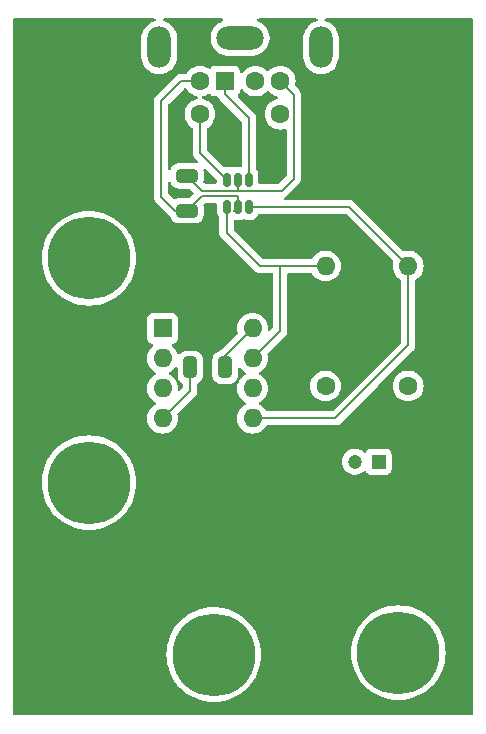
<source format=gbr>
%TF.GenerationSoftware,KiCad,Pcbnew,8.0.4*%
%TF.CreationDate,2024-09-08T08:45:51+02:00*%
%TF.ProjectId,Lichtschranke-M,4c696368-7473-4636-9872-616e6b652d4d,rev?*%
%TF.SameCoordinates,Original*%
%TF.FileFunction,Copper,L1,Top*%
%TF.FilePolarity,Positive*%
%FSLAX46Y46*%
G04 Gerber Fmt 4.6, Leading zero omitted, Abs format (unit mm)*
G04 Created by KiCad (PCBNEW 8.0.4) date 2024-09-08 08:45:51*
%MOMM*%
%LPD*%
G01*
G04 APERTURE LIST*
G04 Aperture macros list*
%AMRoundRect*
0 Rectangle with rounded corners*
0 $1 Rounding radius*
0 $2 $3 $4 $5 $6 $7 $8 $9 X,Y pos of 4 corners*
0 Add a 4 corners polygon primitive as box body*
4,1,4,$2,$3,$4,$5,$6,$7,$8,$9,$2,$3,0*
0 Add four circle primitives for the rounded corners*
1,1,$1+$1,$2,$3*
1,1,$1+$1,$4,$5*
1,1,$1+$1,$6,$7*
1,1,$1+$1,$8,$9*
0 Add four rect primitives between the rounded corners*
20,1,$1+$1,$2,$3,$4,$5,0*
20,1,$1+$1,$4,$5,$6,$7,0*
20,1,$1+$1,$6,$7,$8,$9,0*
20,1,$1+$1,$8,$9,$2,$3,0*%
G04 Aperture macros list end*
%TA.AperFunction,ComponentPad*%
%ADD10R,1.600000X1.600000*%
%TD*%
%TA.AperFunction,ComponentPad*%
%ADD11C,1.600000*%
%TD*%
%TA.AperFunction,ComponentPad*%
%ADD12O,2.000000X3.500000*%
%TD*%
%TA.AperFunction,ComponentPad*%
%ADD13O,4.000000X2.000000*%
%TD*%
%TA.AperFunction,SMDPad,CuDef*%
%ADD14RoundRect,0.150000X0.150000X-0.450000X0.150000X0.450000X-0.150000X0.450000X-0.150000X-0.450000X0*%
%TD*%
%TA.AperFunction,ComponentPad*%
%ADD15O,1.600000X1.600000*%
%TD*%
%TA.AperFunction,ComponentPad*%
%ADD16R,1.200000X1.200000*%
%TD*%
%TA.AperFunction,ComponentPad*%
%ADD17C,1.200000*%
%TD*%
%TA.AperFunction,SMDPad,CuDef*%
%ADD18RoundRect,0.250000X-0.325000X-0.650000X0.325000X-0.650000X0.325000X0.650000X-0.325000X0.650000X0*%
%TD*%
%TA.AperFunction,ComponentPad*%
%ADD19C,7.000000*%
%TD*%
%TA.AperFunction,SMDPad,CuDef*%
%ADD20RoundRect,0.250000X-0.650000X0.325000X-0.650000X-0.325000X0.650000X-0.325000X0.650000X0.325000X0*%
%TD*%
%TA.AperFunction,Conductor*%
%ADD21C,0.200000*%
%TD*%
G04 APERTURE END LIST*
D10*
%TO.P,J1,1*%
%TO.N,SDA*%
X143500000Y-55500000D03*
D11*
%TO.P,J1,2*%
%TO.N,E*%
X146100000Y-55500000D03*
%TO.P,J1,3*%
%TO.N,GND*%
X141400000Y-55500000D03*
%TO.P,J1,4*%
%TO.N,+5V*%
X148200000Y-55500000D03*
%TO.P,J1,5*%
%TO.N,SCK*%
X141400000Y-58300000D03*
%TO.P,J1,6*%
%TO.N,F*%
X148200000Y-58300000D03*
D12*
%TO.P,J1,7*%
%TO.N,N/C*%
X151650000Y-52650000D03*
D13*
X144800000Y-51850000D03*
D12*
X137950000Y-52650000D03*
%TD*%
D14*
%TO.P,U2,1,I/O1*%
%TO.N,Net-(U1-PB2)*%
X143650000Y-66150000D03*
%TO.P,U2,2,GND*%
%TO.N,GND*%
X144600000Y-66150000D03*
%TO.P,U2,3,I/O2*%
%TO.N,Net-(U1-AREF{slash}PB0)*%
X145550000Y-66150000D03*
%TO.P,U2,4,I/O2*%
%TO.N,SDA*%
X145550000Y-63850000D03*
%TO.P,U2,5,VBus*%
%TO.N,+5V*%
X144600000Y-63850000D03*
%TO.P,U2,6,I/O1*%
%TO.N,SCK*%
X143650000Y-63850000D03*
%TD*%
D11*
%TO.P,R1,1*%
%TO.N,+5V*%
X152030000Y-81310000D03*
D15*
%TO.P,R1,2*%
%TO.N,Net-(U1-PB2)*%
X152030000Y-71150000D03*
%TD*%
D16*
%TO.P,C2,1*%
%TO.N,+5V*%
X156520000Y-87730000D03*
D17*
%TO.P,C2,2*%
%TO.N,GND*%
X154520000Y-87730000D03*
%TD*%
D18*
%TO.P,C3,1*%
%TO.N,GND*%
X140580000Y-79730000D03*
%TO.P,C3,2*%
%TO.N,+5V*%
X143530000Y-79730000D03*
%TD*%
D19*
%TO.P,J3,1,Pin_1*%
%TO.N,F*%
X132000000Y-89500000D03*
%TD*%
D11*
%TO.P,R2,1*%
%TO.N,+5V*%
X159030000Y-81310000D03*
D15*
%TO.P,R2,2*%
%TO.N,Net-(U1-AREF{slash}PB0)*%
X159030000Y-71150000D03*
%TD*%
D19*
%TO.P,J5,1,Pin_1*%
%TO.N,+5V*%
X158200000Y-103900000D03*
%TD*%
D20*
%TO.P,C1,1*%
%TO.N,+5V*%
X140300000Y-63525000D03*
%TO.P,C1,2*%
%TO.N,GND*%
X140300000Y-66475000D03*
%TD*%
D19*
%TO.P,J2,1,Pin_1*%
%TO.N,E*%
X132000000Y-70500000D03*
%TD*%
%TO.P,J4,1,Pin_1*%
%TO.N,GND*%
X142570000Y-104050000D03*
%TD*%
D10*
%TO.P,U1,1,~{RESET}/PB5*%
%TO.N,unconnected-(U1-~{RESET}{slash}PB5-Pad1)*%
X138230000Y-76430000D03*
D15*
%TO.P,U1,2,XTAL1/PB3*%
%TO.N,unconnected-(U1-XTAL1{slash}PB3-Pad2)*%
X138230000Y-78970000D03*
%TO.P,U1,3,XTAL2/PB4*%
%TO.N,unconnected-(U1-XTAL2{slash}PB4-Pad3)*%
X138230000Y-81510000D03*
%TO.P,U1,4,GND*%
%TO.N,GND*%
X138230000Y-84050000D03*
%TO.P,U1,5,AREF/PB0*%
%TO.N,Net-(U1-AREF{slash}PB0)*%
X145850000Y-84050000D03*
%TO.P,U1,6,PB1*%
%TO.N,unconnected-(U1-PB1-Pad6)*%
X145850000Y-81510000D03*
%TO.P,U1,7,PB2*%
%TO.N,Net-(U1-PB2)*%
X145850000Y-78970000D03*
%TO.P,U1,8,VCC*%
%TO.N,+5V*%
X145850000Y-76430000D03*
%TD*%
D21*
%TO.N,GND*%
X138100000Y-57200000D02*
X139800000Y-55500000D01*
X140300000Y-66475000D02*
X139275000Y-66475000D01*
X140300000Y-66475000D02*
X141575000Y-65200000D01*
X138230000Y-84050000D02*
X140580000Y-81700000D01*
X144600000Y-66150000D02*
X144250000Y-66500000D01*
X144600000Y-65200000D02*
X144600000Y-66150000D01*
X139800000Y-55500000D02*
X141400000Y-55500000D01*
X140580000Y-81700000D02*
X140580000Y-79730000D01*
X141575000Y-65200000D02*
X144600000Y-65200000D01*
X140690000Y-79619900D02*
X140800000Y-79509800D01*
X140580000Y-79730000D02*
X140690000Y-79619900D01*
X138100000Y-65300000D02*
X138100000Y-57200000D01*
X139275000Y-66475000D02*
X138100000Y-65300000D01*
%TO.N,+5V*%
X149346000Y-63525000D02*
X149346000Y-63754700D01*
X144600000Y-63850000D02*
X144600000Y-64680800D01*
X141555800Y-64780800D02*
X140300000Y-63525000D01*
X145240000Y-64780800D02*
X144500000Y-64780800D01*
X145850000Y-76430000D02*
X143530000Y-78750000D01*
X143530000Y-78750000D02*
X143530000Y-79730000D01*
X149346000Y-63754700D02*
X148320000Y-64780800D01*
X144600000Y-64680800D02*
X144500000Y-64780800D01*
X148200000Y-55500000D02*
X149346000Y-56646100D01*
X148320000Y-64780800D02*
X145240000Y-64780800D01*
X149346000Y-56646100D02*
X149346000Y-63525000D01*
X144500000Y-64780800D02*
X141555800Y-64780800D01*
X143530000Y-79730000D02*
X143886000Y-80085800D01*
%TO.N,SCK*%
X141400000Y-61600000D02*
X143650000Y-63850000D01*
X141400000Y-58300000D02*
X141400000Y-61600000D01*
%TO.N,SDA*%
X145550000Y-58651700D02*
X145550000Y-63850000D01*
X143500000Y-55500000D02*
X143500000Y-56601700D01*
X143500000Y-56601700D02*
X145550000Y-58651700D01*
%TO.N,Net-(U1-PB2)*%
X143650000Y-66150000D02*
X143650000Y-68350000D01*
X148200000Y-76620000D02*
X148200000Y-71150000D01*
X143650000Y-68350000D02*
X146450000Y-71150000D01*
X146450000Y-71150000D02*
X148200000Y-71150000D01*
X145850000Y-78970000D02*
X148200000Y-76620000D01*
X148200000Y-71150000D02*
X152030000Y-71150000D01*
%TO.N,Net-(U1-AREF{slash}PB0)*%
X159030000Y-71150000D02*
X159030000Y-77870000D01*
X152850000Y-84050000D02*
X145850000Y-84050000D01*
X159030000Y-77870000D02*
X152850000Y-84050000D01*
X154030000Y-66150000D02*
X145550000Y-66150000D01*
X159030000Y-71150000D02*
X154030000Y-66150000D01*
%TD*%
%TA.AperFunction,NonConductor*%
G36*
X137608935Y-50220185D02*
G01*
X137654690Y-50272989D01*
X137664634Y-50342147D01*
X137635609Y-50405703D01*
X137580215Y-50442431D01*
X137374003Y-50509433D01*
X137163566Y-50616657D01*
X137054550Y-50695862D01*
X136972490Y-50755483D01*
X136972488Y-50755485D01*
X136972487Y-50755485D01*
X136805485Y-50922487D01*
X136805485Y-50922488D01*
X136805483Y-50922490D01*
X136745862Y-51004550D01*
X136666657Y-51113566D01*
X136559433Y-51324003D01*
X136486446Y-51548631D01*
X136449500Y-51781902D01*
X136449500Y-53518097D01*
X136486446Y-53751368D01*
X136559433Y-53975996D01*
X136666657Y-54186433D01*
X136805483Y-54377510D01*
X136972490Y-54544517D01*
X137163567Y-54683343D01*
X137246185Y-54725439D01*
X137374003Y-54790566D01*
X137374005Y-54790566D01*
X137374008Y-54790568D01*
X137455945Y-54817191D01*
X137598631Y-54863553D01*
X137831903Y-54900500D01*
X137831908Y-54900500D01*
X138068097Y-54900500D01*
X138301368Y-54863553D01*
X138353473Y-54846623D01*
X138525992Y-54790568D01*
X138736433Y-54683343D01*
X138927510Y-54544517D01*
X139094517Y-54377510D01*
X139233343Y-54186433D01*
X139340568Y-53975992D01*
X139413553Y-53751368D01*
X139450500Y-53518097D01*
X139450500Y-51781902D01*
X139413553Y-51548631D01*
X139340566Y-51324003D01*
X139233342Y-51113566D01*
X139094517Y-50922490D01*
X138927510Y-50755483D01*
X138736433Y-50616657D01*
X138525996Y-50509433D01*
X138319785Y-50442431D01*
X138262110Y-50402993D01*
X138234912Y-50338634D01*
X138246827Y-50269788D01*
X138294071Y-50218312D01*
X138358104Y-50200500D01*
X143238014Y-50200500D01*
X143305053Y-50220185D01*
X143350808Y-50272989D01*
X143360752Y-50342147D01*
X143331727Y-50405703D01*
X143276334Y-50442430D01*
X143253631Y-50449806D01*
X143224003Y-50459433D01*
X143013566Y-50566657D01*
X142944748Y-50616657D01*
X142822490Y-50705483D01*
X142822488Y-50705485D01*
X142822487Y-50705485D01*
X142655485Y-50872487D01*
X142655485Y-50872488D01*
X142655483Y-50872490D01*
X142619158Y-50922487D01*
X142516657Y-51063566D01*
X142409433Y-51274003D01*
X142336446Y-51498631D01*
X142299500Y-51731902D01*
X142299500Y-51968097D01*
X142336446Y-52201368D01*
X142409433Y-52425996D01*
X142516657Y-52636433D01*
X142655483Y-52827510D01*
X142822490Y-52994517D01*
X143013567Y-53133343D01*
X143112991Y-53184002D01*
X143224003Y-53240566D01*
X143224005Y-53240566D01*
X143224008Y-53240568D01*
X143344412Y-53279689D01*
X143448631Y-53313553D01*
X143681903Y-53350500D01*
X143681908Y-53350500D01*
X145918097Y-53350500D01*
X146151368Y-53313553D01*
X146375992Y-53240568D01*
X146586433Y-53133343D01*
X146777510Y-52994517D01*
X146944517Y-52827510D01*
X147083343Y-52636433D01*
X147190568Y-52425992D01*
X147263553Y-52201368D01*
X147300500Y-51968097D01*
X147300500Y-51731902D01*
X147263553Y-51498631D01*
X147190566Y-51274003D01*
X147083342Y-51063566D01*
X146944517Y-50872490D01*
X146777510Y-50705483D01*
X146586433Y-50566657D01*
X146375996Y-50459433D01*
X146355845Y-50452886D01*
X146323665Y-50442430D01*
X146265992Y-50402993D01*
X146238794Y-50338634D01*
X146250709Y-50269788D01*
X146297953Y-50218312D01*
X146361986Y-50200500D01*
X151241896Y-50200500D01*
X151308935Y-50220185D01*
X151354690Y-50272989D01*
X151364634Y-50342147D01*
X151335609Y-50405703D01*
X151280215Y-50442431D01*
X151074003Y-50509433D01*
X150863566Y-50616657D01*
X150754550Y-50695862D01*
X150672490Y-50755483D01*
X150672488Y-50755485D01*
X150672487Y-50755485D01*
X150505485Y-50922487D01*
X150505485Y-50922488D01*
X150505483Y-50922490D01*
X150445862Y-51004550D01*
X150366657Y-51113566D01*
X150259433Y-51324003D01*
X150186446Y-51548631D01*
X150149500Y-51781902D01*
X150149500Y-53518097D01*
X150186446Y-53751368D01*
X150259433Y-53975996D01*
X150366657Y-54186433D01*
X150505483Y-54377510D01*
X150672490Y-54544517D01*
X150863567Y-54683343D01*
X150946185Y-54725439D01*
X151074003Y-54790566D01*
X151074005Y-54790566D01*
X151074008Y-54790568D01*
X151155945Y-54817191D01*
X151298631Y-54863553D01*
X151531903Y-54900500D01*
X151531908Y-54900500D01*
X151768097Y-54900500D01*
X152001368Y-54863553D01*
X152053473Y-54846623D01*
X152225992Y-54790568D01*
X152436433Y-54683343D01*
X152627510Y-54544517D01*
X152794517Y-54377510D01*
X152933343Y-54186433D01*
X153040568Y-53975992D01*
X153113553Y-53751368D01*
X153150500Y-53518097D01*
X153150500Y-51781902D01*
X153113553Y-51548631D01*
X153040566Y-51324003D01*
X152933342Y-51113566D01*
X152794517Y-50922490D01*
X152627510Y-50755483D01*
X152436433Y-50616657D01*
X152225996Y-50509433D01*
X152019785Y-50442431D01*
X151962110Y-50402993D01*
X151934912Y-50338634D01*
X151946827Y-50269788D01*
X151994071Y-50218312D01*
X152058104Y-50200500D01*
X164425500Y-50200500D01*
X164492539Y-50220185D01*
X164538294Y-50272989D01*
X164549500Y-50324500D01*
X164549500Y-109075500D01*
X164529815Y-109142539D01*
X164477011Y-109188294D01*
X164425500Y-109199500D01*
X125674500Y-109199500D01*
X125607461Y-109179815D01*
X125561706Y-109127011D01*
X125550500Y-109075500D01*
X125550500Y-104050000D01*
X138564675Y-104050000D01*
X138583962Y-104442591D01*
X138583962Y-104442597D01*
X138583963Y-104442599D01*
X138641637Y-104831406D01*
X138737143Y-105212684D01*
X138869561Y-105582770D01*
X138869562Y-105582772D01*
X139037620Y-105938100D01*
X139239692Y-106275236D01*
X139239694Y-106275239D01*
X139362594Y-106440951D01*
X139473846Y-106590956D01*
X139737807Y-106882192D01*
X140029043Y-107146153D01*
X140029049Y-107146158D01*
X140344761Y-107380306D01*
X140344763Y-107380307D01*
X140681899Y-107582379D01*
X140681902Y-107582380D01*
X140681903Y-107582381D01*
X141037228Y-107750438D01*
X141407316Y-107882857D01*
X141788600Y-107978364D01*
X142177409Y-108036038D01*
X142570000Y-108055325D01*
X142962591Y-108036038D01*
X143351400Y-107978364D01*
X143732684Y-107882857D01*
X144102772Y-107750438D01*
X144458097Y-107582381D01*
X144795239Y-107380306D01*
X145110951Y-107146158D01*
X145402192Y-106882192D01*
X145666158Y-106590951D01*
X145900306Y-106275239D01*
X146102381Y-105938097D01*
X146270438Y-105582772D01*
X146402857Y-105212684D01*
X146498364Y-104831400D01*
X146556038Y-104442591D01*
X146575325Y-104050000D01*
X146567956Y-103900000D01*
X154194675Y-103900000D01*
X154213962Y-104292591D01*
X154213962Y-104292597D01*
X154213963Y-104292599D01*
X154271637Y-104681406D01*
X154367143Y-105062684D01*
X154499561Y-105432770D01*
X154499562Y-105432772D01*
X154667620Y-105788100D01*
X154757525Y-105938097D01*
X154869694Y-106125239D01*
X154980939Y-106275236D01*
X155103846Y-106440956D01*
X155367807Y-106732192D01*
X155659043Y-106996153D01*
X155659049Y-106996158D01*
X155974761Y-107230306D01*
X155974763Y-107230307D01*
X156311899Y-107432379D01*
X156311902Y-107432380D01*
X156311903Y-107432381D01*
X156667228Y-107600438D01*
X157037316Y-107732857D01*
X157418600Y-107828364D01*
X157807409Y-107886038D01*
X158200000Y-107905325D01*
X158592591Y-107886038D01*
X158981400Y-107828364D01*
X159362684Y-107732857D01*
X159732772Y-107600438D01*
X160088097Y-107432381D01*
X160425239Y-107230306D01*
X160740951Y-106996158D01*
X161032192Y-106732192D01*
X161296158Y-106440951D01*
X161530306Y-106125239D01*
X161732381Y-105788097D01*
X161900438Y-105432772D01*
X162032857Y-105062684D01*
X162128364Y-104681400D01*
X162186038Y-104292591D01*
X162205325Y-103900000D01*
X162186038Y-103507409D01*
X162128364Y-103118600D01*
X162032857Y-102737316D01*
X161900438Y-102367228D01*
X161732381Y-102011903D01*
X161620212Y-101824761D01*
X161530307Y-101674763D01*
X161530306Y-101674761D01*
X161296158Y-101359049D01*
X161296153Y-101359043D01*
X161032192Y-101067807D01*
X160740956Y-100803846D01*
X160627490Y-100719694D01*
X160425239Y-100569694D01*
X160338359Y-100517620D01*
X160088100Y-100367620D01*
X159732772Y-100199562D01*
X159732770Y-100199561D01*
X159362684Y-100067143D01*
X158981406Y-99971637D01*
X158981401Y-99971636D01*
X158981400Y-99971636D01*
X158837256Y-99950254D01*
X158592599Y-99913963D01*
X158592597Y-99913962D01*
X158592591Y-99913962D01*
X158200000Y-99894675D01*
X157807409Y-99913962D01*
X157807403Y-99913962D01*
X157807400Y-99913963D01*
X157418593Y-99971637D01*
X157037315Y-100067143D01*
X156667229Y-100199561D01*
X156667227Y-100199562D01*
X156311899Y-100367620D01*
X155974763Y-100569692D01*
X155659043Y-100803846D01*
X155367807Y-101067807D01*
X155103846Y-101359043D01*
X154869692Y-101674763D01*
X154667620Y-102011899D01*
X154499562Y-102367227D01*
X154499561Y-102367229D01*
X154367143Y-102737315D01*
X154271637Y-103118593D01*
X154271636Y-103118600D01*
X154213962Y-103507409D01*
X154194675Y-103900000D01*
X146567956Y-103900000D01*
X146556038Y-103657409D01*
X146498364Y-103268600D01*
X146402857Y-102887316D01*
X146270438Y-102517228D01*
X146102381Y-102161903D01*
X145900306Y-101824761D01*
X145666158Y-101509049D01*
X145530206Y-101359049D01*
X145402192Y-101217807D01*
X145110956Y-100953846D01*
X144908704Y-100803846D01*
X144795239Y-100719694D01*
X144795236Y-100719692D01*
X144458100Y-100517620D01*
X144102772Y-100349562D01*
X144102770Y-100349561D01*
X143732684Y-100217143D01*
X143351406Y-100121637D01*
X143351401Y-100121636D01*
X143351400Y-100121636D01*
X143207256Y-100100254D01*
X142962599Y-100063963D01*
X142962597Y-100063962D01*
X142962591Y-100063962D01*
X142570000Y-100044675D01*
X142177409Y-100063962D01*
X142177403Y-100063962D01*
X142177400Y-100063963D01*
X141788593Y-100121637D01*
X141407315Y-100217143D01*
X141037229Y-100349561D01*
X141037227Y-100349562D01*
X140681899Y-100517620D01*
X140344763Y-100719692D01*
X140029043Y-100953846D01*
X139737807Y-101217807D01*
X139473846Y-101509043D01*
X139239692Y-101824763D01*
X139037620Y-102161899D01*
X138869562Y-102517227D01*
X138869561Y-102517229D01*
X138737143Y-102887315D01*
X138641637Y-103268593D01*
X138606214Y-103507400D01*
X138583962Y-103657409D01*
X138564675Y-104050000D01*
X125550500Y-104050000D01*
X125550500Y-89500000D01*
X127994675Y-89500000D01*
X128013962Y-89892591D01*
X128013962Y-89892597D01*
X128013963Y-89892599D01*
X128071637Y-90281406D01*
X128167143Y-90662684D01*
X128299561Y-91032770D01*
X128299562Y-91032772D01*
X128467620Y-91388100D01*
X128669692Y-91725236D01*
X128903846Y-92040956D01*
X129167807Y-92332192D01*
X129459043Y-92596153D01*
X129459049Y-92596158D01*
X129774761Y-92830306D01*
X129774763Y-92830307D01*
X130111899Y-93032379D01*
X130111902Y-93032380D01*
X130111903Y-93032381D01*
X130467228Y-93200438D01*
X130837316Y-93332857D01*
X131218600Y-93428364D01*
X131607409Y-93486038D01*
X132000000Y-93505325D01*
X132392591Y-93486038D01*
X132781400Y-93428364D01*
X133162684Y-93332857D01*
X133532772Y-93200438D01*
X133888097Y-93032381D01*
X134225239Y-92830306D01*
X134540951Y-92596158D01*
X134832192Y-92332192D01*
X135096158Y-92040951D01*
X135330306Y-91725239D01*
X135532381Y-91388097D01*
X135700438Y-91032772D01*
X135832857Y-90662684D01*
X135928364Y-90281400D01*
X135986038Y-89892591D01*
X136005325Y-89500000D01*
X135986038Y-89107409D01*
X135928364Y-88718600D01*
X135832857Y-88337316D01*
X135700438Y-87967228D01*
X135588237Y-87729999D01*
X153414785Y-87729999D01*
X153414785Y-87730000D01*
X153433602Y-87933082D01*
X153489417Y-88129247D01*
X153489422Y-88129260D01*
X153580327Y-88311821D01*
X153703237Y-88474581D01*
X153853958Y-88611980D01*
X153853960Y-88611982D01*
X153853962Y-88611983D01*
X154027363Y-88719348D01*
X154217544Y-88793024D01*
X154418024Y-88830500D01*
X154418026Y-88830500D01*
X154621974Y-88830500D01*
X154621976Y-88830500D01*
X154822456Y-88793024D01*
X155012637Y-88719348D01*
X155186041Y-88611981D01*
X155278017Y-88528133D01*
X155340818Y-88497518D01*
X155410205Y-88505715D01*
X155464146Y-88550125D01*
X155471673Y-88564698D01*
X155471953Y-88564546D01*
X155476206Y-88572335D01*
X155562452Y-88687544D01*
X155562455Y-88687547D01*
X155677664Y-88773793D01*
X155677671Y-88773797D01*
X155812517Y-88824091D01*
X155812516Y-88824091D01*
X155819444Y-88824835D01*
X155872127Y-88830500D01*
X157167872Y-88830499D01*
X157227483Y-88824091D01*
X157362331Y-88773796D01*
X157477546Y-88687546D01*
X157563796Y-88572331D01*
X157614091Y-88437483D01*
X157620500Y-88377873D01*
X157620499Y-87082128D01*
X157614091Y-87022517D01*
X157563796Y-86887669D01*
X157563795Y-86887668D01*
X157563793Y-86887664D01*
X157477547Y-86772455D01*
X157477544Y-86772452D01*
X157362335Y-86686206D01*
X157362328Y-86686202D01*
X157227482Y-86635908D01*
X157227483Y-86635908D01*
X157167883Y-86629501D01*
X157167881Y-86629500D01*
X157167873Y-86629500D01*
X157167864Y-86629500D01*
X155872129Y-86629500D01*
X155872123Y-86629501D01*
X155812516Y-86635908D01*
X155677671Y-86686202D01*
X155677664Y-86686206D01*
X155562455Y-86772452D01*
X155562452Y-86772455D01*
X155476206Y-86887664D01*
X155471953Y-86895454D01*
X155469741Y-86894246D01*
X155435840Y-86939511D01*
X155370370Y-86963913D01*
X155302101Y-86949045D01*
X155278015Y-86931864D01*
X155186041Y-86848019D01*
X155186039Y-86848017D01*
X155012642Y-86740655D01*
X155012635Y-86740651D01*
X154917546Y-86703814D01*
X154822456Y-86666976D01*
X154621976Y-86629500D01*
X154418024Y-86629500D01*
X154217544Y-86666976D01*
X154217541Y-86666976D01*
X154217541Y-86666977D01*
X154027364Y-86740651D01*
X154027357Y-86740655D01*
X153853960Y-86848017D01*
X153853958Y-86848019D01*
X153703237Y-86985418D01*
X153580327Y-87148178D01*
X153489422Y-87330739D01*
X153489417Y-87330752D01*
X153433602Y-87526917D01*
X153414785Y-87729999D01*
X135588237Y-87729999D01*
X135532381Y-87611903D01*
X135481442Y-87526917D01*
X135330307Y-87274763D01*
X135236426Y-87148179D01*
X135096158Y-86959049D01*
X135031463Y-86887669D01*
X134832192Y-86667807D01*
X134540956Y-86403846D01*
X134225236Y-86169692D01*
X133888100Y-85967620D01*
X133532772Y-85799562D01*
X133532770Y-85799561D01*
X133162684Y-85667143D01*
X132781406Y-85571637D01*
X132781401Y-85571636D01*
X132781400Y-85571636D01*
X132637256Y-85550254D01*
X132392599Y-85513963D01*
X132392597Y-85513962D01*
X132392591Y-85513962D01*
X132000000Y-85494675D01*
X131607409Y-85513962D01*
X131607403Y-85513962D01*
X131607400Y-85513963D01*
X131218593Y-85571637D01*
X130837315Y-85667143D01*
X130467229Y-85799561D01*
X130467227Y-85799562D01*
X130111899Y-85967620D01*
X129774763Y-86169692D01*
X129459043Y-86403846D01*
X129167807Y-86667807D01*
X128903846Y-86959043D01*
X128669692Y-87274763D01*
X128467620Y-87611899D01*
X128299562Y-87967227D01*
X128299561Y-87967229D01*
X128167143Y-88337315D01*
X128071637Y-88718593D01*
X128055038Y-88830498D01*
X128013962Y-89107409D01*
X127994675Y-89500000D01*
X125550500Y-89500000D01*
X125550500Y-78969998D01*
X136924532Y-78969998D01*
X136924532Y-78970001D01*
X136944364Y-79196686D01*
X136944366Y-79196697D01*
X137003258Y-79416488D01*
X137003261Y-79416497D01*
X137099431Y-79622732D01*
X137099432Y-79622734D01*
X137229954Y-79809141D01*
X137390858Y-79970045D01*
X137390861Y-79970047D01*
X137577266Y-80100568D01*
X137635275Y-80127618D01*
X137687714Y-80173791D01*
X137706866Y-80240984D01*
X137686650Y-80307865D01*
X137635275Y-80352382D01*
X137577267Y-80379431D01*
X137577265Y-80379432D01*
X137390858Y-80509954D01*
X137229954Y-80670858D01*
X137099432Y-80857265D01*
X137099431Y-80857267D01*
X137003261Y-81063502D01*
X137003258Y-81063511D01*
X136944366Y-81283302D01*
X136944364Y-81283313D01*
X136924532Y-81509998D01*
X136924532Y-81510001D01*
X136944364Y-81736686D01*
X136944366Y-81736697D01*
X137003258Y-81956488D01*
X137003261Y-81956496D01*
X137099431Y-82162732D01*
X137099432Y-82162734D01*
X137229954Y-82349141D01*
X137390858Y-82510045D01*
X137390861Y-82510047D01*
X137577266Y-82640568D01*
X137635275Y-82667618D01*
X137687714Y-82713791D01*
X137706866Y-82780984D01*
X137686650Y-82847865D01*
X137635275Y-82892382D01*
X137577267Y-82919431D01*
X137577265Y-82919432D01*
X137390858Y-83049954D01*
X137229954Y-83210858D01*
X137099432Y-83397265D01*
X137099431Y-83397267D01*
X137003261Y-83603502D01*
X137003258Y-83603511D01*
X136944366Y-83823302D01*
X136944364Y-83823313D01*
X136924532Y-84049998D01*
X136924532Y-84050001D01*
X136944364Y-84276686D01*
X136944366Y-84276697D01*
X137003258Y-84496488D01*
X137003261Y-84496497D01*
X137099431Y-84702732D01*
X137099432Y-84702734D01*
X137229954Y-84889141D01*
X137390858Y-85050045D01*
X137390861Y-85050047D01*
X137577266Y-85180568D01*
X137783504Y-85276739D01*
X138003308Y-85335635D01*
X138165230Y-85349801D01*
X138229998Y-85355468D01*
X138230000Y-85355468D01*
X138230002Y-85355468D01*
X138286673Y-85350509D01*
X138456692Y-85335635D01*
X138676496Y-85276739D01*
X138882734Y-85180568D01*
X139069139Y-85050047D01*
X139230047Y-84889139D01*
X139360568Y-84702734D01*
X139456739Y-84496496D01*
X139515635Y-84276692D01*
X139535468Y-84050000D01*
X139515635Y-83823308D01*
X139489847Y-83727066D01*
X139491510Y-83657217D01*
X139521939Y-83607294D01*
X140938506Y-82190728D01*
X140938511Y-82190724D01*
X140948714Y-82180520D01*
X140948716Y-82180520D01*
X141060520Y-82068716D01*
X141125310Y-81956496D01*
X141139577Y-81931785D01*
X141180501Y-81779057D01*
X141180501Y-81620943D01*
X141180501Y-81613348D01*
X141180500Y-81613330D01*
X141180500Y-81161057D01*
X141200185Y-81094018D01*
X141239401Y-81055520D01*
X141373656Y-80972712D01*
X141497712Y-80848656D01*
X141589814Y-80699334D01*
X141644999Y-80532797D01*
X141655500Y-80430009D01*
X141655499Y-79029992D01*
X141644999Y-78927203D01*
X141589814Y-78760666D01*
X141497712Y-78611344D01*
X141373656Y-78487288D01*
X141224334Y-78395186D01*
X141057797Y-78340001D01*
X141057795Y-78340000D01*
X140955010Y-78329500D01*
X140204998Y-78329500D01*
X140204980Y-78329501D01*
X140102203Y-78340000D01*
X140102200Y-78340001D01*
X139935668Y-78395185D01*
X139935663Y-78395187D01*
X139786345Y-78487287D01*
X139670607Y-78603025D01*
X139609284Y-78636509D01*
X139539592Y-78631525D01*
X139483659Y-78589653D01*
X139463151Y-78547436D01*
X139456739Y-78523504D01*
X139360568Y-78317266D01*
X139230047Y-78130861D01*
X139230046Y-78130860D01*
X139230045Y-78130858D01*
X139069143Y-77969956D01*
X139044536Y-77952726D01*
X139000912Y-77898149D01*
X138993719Y-77828650D01*
X139025241Y-77766296D01*
X139085471Y-77730882D01*
X139102404Y-77727861D01*
X139137483Y-77724091D01*
X139272331Y-77673796D01*
X139387546Y-77587546D01*
X139473796Y-77472331D01*
X139524091Y-77337483D01*
X139530500Y-77277873D01*
X139530499Y-75582128D01*
X139524091Y-75522517D01*
X139489567Y-75429954D01*
X139473797Y-75387671D01*
X139473793Y-75387664D01*
X139387547Y-75272455D01*
X139387544Y-75272452D01*
X139272335Y-75186206D01*
X139272328Y-75186202D01*
X139137482Y-75135908D01*
X139137483Y-75135908D01*
X139077883Y-75129501D01*
X139077881Y-75129500D01*
X139077873Y-75129500D01*
X139077864Y-75129500D01*
X137382129Y-75129500D01*
X137382123Y-75129501D01*
X137322516Y-75135908D01*
X137187671Y-75186202D01*
X137187664Y-75186206D01*
X137072455Y-75272452D01*
X137072452Y-75272455D01*
X136986206Y-75387664D01*
X136986202Y-75387671D01*
X136935908Y-75522517D01*
X136929501Y-75582116D01*
X136929501Y-75582123D01*
X136929500Y-75582135D01*
X136929500Y-77277870D01*
X136929501Y-77277876D01*
X136935908Y-77337483D01*
X136986202Y-77472328D01*
X136986206Y-77472335D01*
X137072452Y-77587544D01*
X137072455Y-77587547D01*
X137187664Y-77673793D01*
X137187671Y-77673797D01*
X137232618Y-77690561D01*
X137322517Y-77724091D01*
X137357596Y-77727862D01*
X137422144Y-77754599D01*
X137461993Y-77811991D01*
X137464488Y-77881816D01*
X137428836Y-77941905D01*
X137415464Y-77952725D01*
X137390858Y-77969954D01*
X137229954Y-78130858D01*
X137099432Y-78317265D01*
X137099431Y-78317267D01*
X137003261Y-78523502D01*
X137003258Y-78523511D01*
X136944366Y-78743302D01*
X136944364Y-78743313D01*
X136924532Y-78969998D01*
X125550500Y-78969998D01*
X125550500Y-70500000D01*
X127994675Y-70500000D01*
X128013962Y-70892591D01*
X128013962Y-70892597D01*
X128013963Y-70892599D01*
X128071637Y-71281406D01*
X128167143Y-71662684D01*
X128299561Y-72032770D01*
X128299562Y-72032772D01*
X128467620Y-72388100D01*
X128669692Y-72725236D01*
X128903846Y-73040956D01*
X129167807Y-73332192D01*
X129459043Y-73596153D01*
X129459049Y-73596158D01*
X129774761Y-73830306D01*
X129774763Y-73830307D01*
X130111899Y-74032379D01*
X130111902Y-74032380D01*
X130111903Y-74032381D01*
X130467228Y-74200438D01*
X130837316Y-74332857D01*
X131218600Y-74428364D01*
X131607409Y-74486038D01*
X132000000Y-74505325D01*
X132392591Y-74486038D01*
X132781400Y-74428364D01*
X133162684Y-74332857D01*
X133532772Y-74200438D01*
X133888097Y-74032381D01*
X134225239Y-73830306D01*
X134540951Y-73596158D01*
X134832192Y-73332192D01*
X135096158Y-73040951D01*
X135330306Y-72725239D01*
X135532381Y-72388097D01*
X135700438Y-72032772D01*
X135832857Y-71662684D01*
X135928364Y-71281400D01*
X135986038Y-70892591D01*
X136005325Y-70500000D01*
X135986038Y-70107409D01*
X135928364Y-69718600D01*
X135832857Y-69337316D01*
X135700438Y-68967228D01*
X135532381Y-68611903D01*
X135330306Y-68274761D01*
X135096158Y-67959049D01*
X135096153Y-67959043D01*
X134832192Y-67667807D01*
X134540956Y-67403846D01*
X134410471Y-67307072D01*
X134225239Y-67169694D01*
X134225236Y-67169692D01*
X133888100Y-66967620D01*
X133532772Y-66799562D01*
X133532770Y-66799561D01*
X133162684Y-66667143D01*
X132781406Y-66571637D01*
X132781401Y-66571636D01*
X132781400Y-66571636D01*
X132637256Y-66550254D01*
X132392599Y-66513963D01*
X132392597Y-66513962D01*
X132392591Y-66513962D01*
X132000000Y-66494675D01*
X131607409Y-66513962D01*
X131607403Y-66513962D01*
X131607400Y-66513963D01*
X131218593Y-66571637D01*
X130837315Y-66667143D01*
X130467229Y-66799561D01*
X130467227Y-66799562D01*
X130111899Y-66967620D01*
X129774763Y-67169692D01*
X129459043Y-67403846D01*
X129167807Y-67667807D01*
X128903846Y-67959043D01*
X128669692Y-68274763D01*
X128467620Y-68611899D01*
X128299562Y-68967227D01*
X128299561Y-68967229D01*
X128167143Y-69337315D01*
X128071637Y-69718593D01*
X128041278Y-69923261D01*
X128013962Y-70107409D01*
X127994675Y-70500000D01*
X125550500Y-70500000D01*
X125550500Y-65379054D01*
X137499498Y-65379054D01*
X137522579Y-65465190D01*
X137540423Y-65531785D01*
X137550650Y-65549499D01*
X137569358Y-65581900D01*
X137569359Y-65581904D01*
X137569360Y-65581904D01*
X137619479Y-65668714D01*
X137619481Y-65668717D01*
X137738349Y-65787585D01*
X137738355Y-65787590D01*
X138790139Y-66839374D01*
X138790160Y-66839397D01*
X138892412Y-66941649D01*
X138922437Y-66990326D01*
X138965186Y-67119334D01*
X139057288Y-67268656D01*
X139181344Y-67392712D01*
X139330666Y-67484814D01*
X139497203Y-67539999D01*
X139599991Y-67550500D01*
X141000008Y-67550499D01*
X141102797Y-67539999D01*
X141269334Y-67484814D01*
X141418656Y-67392712D01*
X141542712Y-67268656D01*
X141634814Y-67119334D01*
X141689999Y-66952797D01*
X141700500Y-66850009D01*
X141700499Y-66099992D01*
X141690150Y-65998686D01*
X141702919Y-65929997D01*
X141725824Y-65898409D01*
X141787418Y-65836817D01*
X141848742Y-65803333D01*
X141875098Y-65800500D01*
X142725500Y-65800500D01*
X142792539Y-65820185D01*
X142838294Y-65872989D01*
X142849500Y-65924500D01*
X142849500Y-66665701D01*
X142852401Y-66702567D01*
X142852402Y-66702573D01*
X142898254Y-66860393D01*
X142898255Y-66860396D01*
X142981917Y-67001862D01*
X142981923Y-67001870D01*
X143013180Y-67033126D01*
X143046666Y-67094448D01*
X143049500Y-67120808D01*
X143049500Y-68263330D01*
X143049499Y-68263348D01*
X143049499Y-68429054D01*
X143049498Y-68429054D01*
X143090422Y-68581783D01*
X143107811Y-68611901D01*
X143107813Y-68611904D01*
X143169479Y-68718714D01*
X143169481Y-68718717D01*
X143288349Y-68837585D01*
X143288355Y-68837590D01*
X145965139Y-71514374D01*
X145965149Y-71514385D01*
X145969479Y-71518715D01*
X145969480Y-71518716D01*
X146081284Y-71630520D01*
X146168095Y-71680639D01*
X146168097Y-71680641D01*
X146206151Y-71702611D01*
X146218215Y-71709577D01*
X146370943Y-71750501D01*
X146370946Y-71750501D01*
X146536653Y-71750501D01*
X146536669Y-71750500D01*
X147475500Y-71750500D01*
X147542539Y-71770185D01*
X147588294Y-71822989D01*
X147599500Y-71874500D01*
X147599500Y-76319902D01*
X147579815Y-76386941D01*
X147563181Y-76407583D01*
X147359428Y-76611335D01*
X147298105Y-76644820D01*
X147228413Y-76639836D01*
X147172480Y-76597964D01*
X147148063Y-76532500D01*
X147148218Y-76512857D01*
X147155468Y-76430000D01*
X147135635Y-76203308D01*
X147076739Y-75983504D01*
X146980568Y-75777266D01*
X146850047Y-75590861D01*
X146850045Y-75590858D01*
X146689141Y-75429954D01*
X146502734Y-75299432D01*
X146502732Y-75299431D01*
X146296497Y-75203261D01*
X146296488Y-75203258D01*
X146076697Y-75144366D01*
X146076693Y-75144365D01*
X146076692Y-75144365D01*
X146076691Y-75144364D01*
X146076686Y-75144364D01*
X145850002Y-75124532D01*
X145849998Y-75124532D01*
X145623313Y-75144364D01*
X145623302Y-75144366D01*
X145403511Y-75203258D01*
X145403502Y-75203261D01*
X145197267Y-75299431D01*
X145197265Y-75299432D01*
X145010858Y-75429954D01*
X144849954Y-75590858D01*
X144719432Y-75777265D01*
X144719431Y-75777267D01*
X144623261Y-75983502D01*
X144623258Y-75983511D01*
X144564366Y-76203302D01*
X144564364Y-76203313D01*
X144544532Y-76429998D01*
X144544532Y-76430001D01*
X144564364Y-76656686D01*
X144564366Y-76656697D01*
X144590152Y-76752931D01*
X144588489Y-76822781D01*
X144558058Y-76872705D01*
X143161286Y-78269478D01*
X143161281Y-78269481D01*
X143161282Y-78269482D01*
X143126340Y-78304422D01*
X143065016Y-78337905D01*
X143053196Y-78339788D01*
X143052201Y-78340001D01*
X142885668Y-78395185D01*
X142885663Y-78395187D01*
X142736342Y-78487289D01*
X142612289Y-78611342D01*
X142520187Y-78760663D01*
X142520186Y-78760666D01*
X142465001Y-78927203D01*
X142465001Y-78927204D01*
X142465000Y-78927204D01*
X142454500Y-79029983D01*
X142454500Y-80430001D01*
X142454501Y-80430018D01*
X142465000Y-80532796D01*
X142465001Y-80532799D01*
X142506246Y-80657265D01*
X142520186Y-80699334D01*
X142612288Y-80848656D01*
X142736344Y-80972712D01*
X142885666Y-81064814D01*
X143052203Y-81119999D01*
X143154991Y-81130500D01*
X143905008Y-81130499D01*
X143905016Y-81130498D01*
X143905019Y-81130498D01*
X143961302Y-81124748D01*
X144007797Y-81119999D01*
X144174334Y-81064814D01*
X144323656Y-80972712D01*
X144447712Y-80848656D01*
X144460097Y-80828575D01*
X144512044Y-80781850D01*
X144556278Y-80774650D01*
X144542811Y-80751747D01*
X144545373Y-80682555D01*
X144594999Y-80532797D01*
X144605500Y-80430009D01*
X144605499Y-79853298D01*
X144625183Y-79786261D01*
X144677987Y-79740506D01*
X144747146Y-79730562D01*
X144810702Y-79759587D01*
X144831074Y-79782177D01*
X144849954Y-79809141D01*
X145010858Y-79970045D01*
X145010861Y-79970047D01*
X145197266Y-80100568D01*
X145255275Y-80127618D01*
X145307714Y-80173791D01*
X145326866Y-80240984D01*
X145306650Y-80307865D01*
X145255275Y-80352382D01*
X145197267Y-80379431D01*
X145197265Y-80379432D01*
X145010858Y-80509954D01*
X144849954Y-80670858D01*
X144764655Y-80792680D01*
X144710079Y-80836305D01*
X144672978Y-80840145D01*
X144683946Y-80856536D01*
X144685241Y-80926394D01*
X144678019Y-80946075D01*
X144623262Y-81063502D01*
X144623258Y-81063511D01*
X144564366Y-81283302D01*
X144564364Y-81283313D01*
X144544532Y-81509998D01*
X144544532Y-81510001D01*
X144564364Y-81736686D01*
X144564366Y-81736697D01*
X144623258Y-81956488D01*
X144623261Y-81956496D01*
X144719431Y-82162732D01*
X144719432Y-82162734D01*
X144849954Y-82349141D01*
X145010858Y-82510045D01*
X145010861Y-82510047D01*
X145197266Y-82640568D01*
X145255275Y-82667618D01*
X145307714Y-82713791D01*
X145326866Y-82780984D01*
X145306650Y-82847865D01*
X145255275Y-82892382D01*
X145197267Y-82919431D01*
X145197265Y-82919432D01*
X145010858Y-83049954D01*
X144849954Y-83210858D01*
X144719432Y-83397265D01*
X144719431Y-83397267D01*
X144623261Y-83603502D01*
X144623258Y-83603511D01*
X144564366Y-83823302D01*
X144564364Y-83823313D01*
X144544532Y-84049998D01*
X144544532Y-84050001D01*
X144564364Y-84276686D01*
X144564366Y-84276697D01*
X144623258Y-84496488D01*
X144623261Y-84496497D01*
X144719431Y-84702732D01*
X144719432Y-84702734D01*
X144849954Y-84889141D01*
X145010858Y-85050045D01*
X145010861Y-85050047D01*
X145197266Y-85180568D01*
X145403504Y-85276739D01*
X145623308Y-85335635D01*
X145785230Y-85349801D01*
X145849998Y-85355468D01*
X145850000Y-85355468D01*
X145850002Y-85355468D01*
X145906673Y-85350509D01*
X146076692Y-85335635D01*
X146296496Y-85276739D01*
X146502734Y-85180568D01*
X146689139Y-85050047D01*
X146850047Y-84889139D01*
X146980118Y-84703375D01*
X147034693Y-84659752D01*
X147081692Y-84650500D01*
X152763331Y-84650500D01*
X152763347Y-84650501D01*
X152770943Y-84650501D01*
X152929054Y-84650501D01*
X152929057Y-84650501D01*
X153081785Y-84609577D01*
X153131904Y-84580639D01*
X153218716Y-84530520D01*
X153330520Y-84418716D01*
X153330520Y-84418714D01*
X153340728Y-84408507D01*
X153340730Y-84408504D01*
X156439236Y-81309998D01*
X157724532Y-81309998D01*
X157724532Y-81310001D01*
X157744364Y-81536686D01*
X157744366Y-81536697D01*
X157803258Y-81756488D01*
X157803261Y-81756497D01*
X157899431Y-81962732D01*
X157899432Y-81962734D01*
X158029954Y-82149141D01*
X158190858Y-82310045D01*
X158190861Y-82310047D01*
X158377266Y-82440568D01*
X158583504Y-82536739D01*
X158803308Y-82595635D01*
X158965230Y-82609801D01*
X159029998Y-82615468D01*
X159030000Y-82615468D01*
X159030002Y-82615468D01*
X159086673Y-82610509D01*
X159256692Y-82595635D01*
X159476496Y-82536739D01*
X159682734Y-82440568D01*
X159869139Y-82310047D01*
X160030047Y-82149139D01*
X160160568Y-81962734D01*
X160256739Y-81756496D01*
X160315635Y-81536692D01*
X160335468Y-81310000D01*
X160315635Y-81083308D01*
X160256739Y-80863504D01*
X160160568Y-80657266D01*
X160030047Y-80470861D01*
X160030045Y-80470858D01*
X159869141Y-80309954D01*
X159682734Y-80179432D01*
X159682732Y-80179431D01*
X159476497Y-80083261D01*
X159476488Y-80083258D01*
X159256697Y-80024366D01*
X159256693Y-80024365D01*
X159256692Y-80024365D01*
X159256691Y-80024364D01*
X159256686Y-80024364D01*
X159030002Y-80004532D01*
X159029998Y-80004532D01*
X158803313Y-80024364D01*
X158803302Y-80024366D01*
X158583511Y-80083258D01*
X158583502Y-80083261D01*
X158377267Y-80179431D01*
X158377265Y-80179432D01*
X158190858Y-80309954D01*
X158029954Y-80470858D01*
X157899432Y-80657265D01*
X157899431Y-80657267D01*
X157803261Y-80863502D01*
X157803258Y-80863511D01*
X157744366Y-81083302D01*
X157744364Y-81083313D01*
X157724532Y-81309998D01*
X156439236Y-81309998D01*
X159388506Y-78360728D01*
X159388511Y-78360724D01*
X159398714Y-78350520D01*
X159398716Y-78350520D01*
X159510520Y-78238716D01*
X159572790Y-78130861D01*
X159589577Y-78101785D01*
X159630501Y-77949057D01*
X159630501Y-77790943D01*
X159630501Y-77783348D01*
X159630500Y-77783330D01*
X159630500Y-72381692D01*
X159650185Y-72314653D01*
X159683374Y-72280119D01*
X159869139Y-72150047D01*
X160030047Y-71989139D01*
X160160568Y-71802734D01*
X160256739Y-71596496D01*
X160315635Y-71376692D01*
X160335468Y-71150000D01*
X160315635Y-70923308D01*
X160256739Y-70703504D01*
X160160568Y-70497266D01*
X160030047Y-70310861D01*
X160030045Y-70310858D01*
X159869141Y-70149954D01*
X159682734Y-70019432D01*
X159682732Y-70019431D01*
X159476497Y-69923261D01*
X159476488Y-69923258D01*
X159256697Y-69864366D01*
X159256693Y-69864365D01*
X159256692Y-69864365D01*
X159256691Y-69864364D01*
X159256686Y-69864364D01*
X159030002Y-69844532D01*
X159029998Y-69844532D01*
X158803313Y-69864364D01*
X158803302Y-69864366D01*
X158707067Y-69890152D01*
X158637217Y-69888489D01*
X158587293Y-69858058D01*
X154517590Y-65788355D01*
X154517588Y-65788352D01*
X154398717Y-65669481D01*
X154398716Y-65669480D01*
X154311904Y-65619360D01*
X154311904Y-65619359D01*
X154311900Y-65619358D01*
X154261785Y-65590423D01*
X154109057Y-65549499D01*
X153950943Y-65549499D01*
X153943347Y-65549499D01*
X153943331Y-65549500D01*
X148652349Y-65549500D01*
X148585310Y-65529815D01*
X148539555Y-65477011D01*
X148529611Y-65407853D01*
X148558636Y-65344297D01*
X148590343Y-65318116D01*
X148609504Y-65307052D01*
X148685605Y-65263115D01*
X148688566Y-65261522D01*
X148688617Y-65261484D01*
X148690250Y-65259789D01*
X148729735Y-65220299D01*
X148729740Y-65220296D01*
X148766689Y-65183346D01*
X148800520Y-65149516D01*
X148800521Y-65149514D01*
X148807045Y-65142990D01*
X148807092Y-65142935D01*
X148906685Y-65043333D01*
X149313160Y-64636818D01*
X149754779Y-64195157D01*
X149754782Y-64195153D01*
X149780841Y-64169094D01*
X149823694Y-64126241D01*
X149826373Y-64123735D01*
X149826438Y-64123652D01*
X149827627Y-64121503D01*
X149835531Y-64107811D01*
X149858677Y-64067716D01*
X149903642Y-63989834D01*
X149905698Y-63986525D01*
X149905703Y-63986511D01*
X149906594Y-63982701D01*
X149930433Y-63893720D01*
X149930434Y-63893718D01*
X149946433Y-63834006D01*
X149946499Y-63833762D01*
X149946501Y-63833738D01*
X149946505Y-63833728D01*
X149946500Y-63734906D01*
X149946500Y-63445943D01*
X149946500Y-56657419D01*
X149946504Y-56567069D01*
X149946502Y-56567061D01*
X149946500Y-56567046D01*
X149946500Y-56567043D01*
X149928549Y-56500047D01*
X149928548Y-56500045D01*
X149928548Y-56500044D01*
X149928296Y-56499104D01*
X149906591Y-56418089D01*
X149905794Y-56414676D01*
X149905743Y-56414550D01*
X149904773Y-56412923D01*
X149895688Y-56397187D01*
X149862174Y-56339139D01*
X149826535Y-56277405D01*
X149826529Y-56277399D01*
X149826528Y-56277397D01*
X149826525Y-56277393D01*
X149826520Y-56277384D01*
X149757927Y-56208791D01*
X149757725Y-56208589D01*
X149491921Y-55942761D01*
X149458439Y-55881437D01*
X149459830Y-55822992D01*
X149485635Y-55726692D01*
X149505468Y-55500000D01*
X149485635Y-55273308D01*
X149426739Y-55053504D01*
X149330568Y-54847266D01*
X149200047Y-54660861D01*
X149200045Y-54660858D01*
X149039141Y-54499954D01*
X148852734Y-54369432D01*
X148852732Y-54369431D01*
X148646497Y-54273261D01*
X148646488Y-54273258D01*
X148426697Y-54214366D01*
X148426693Y-54214365D01*
X148426692Y-54214365D01*
X148426691Y-54214364D01*
X148426686Y-54214364D01*
X148200002Y-54194532D01*
X148199998Y-54194532D01*
X147973313Y-54214364D01*
X147973302Y-54214366D01*
X147753511Y-54273258D01*
X147753502Y-54273261D01*
X147547267Y-54369431D01*
X147547265Y-54369432D01*
X147360858Y-54499954D01*
X147237681Y-54623132D01*
X147176358Y-54656617D01*
X147106666Y-54651633D01*
X147062319Y-54623132D01*
X146939141Y-54499954D01*
X146752734Y-54369432D01*
X146752732Y-54369431D01*
X146546497Y-54273261D01*
X146546488Y-54273258D01*
X146326697Y-54214366D01*
X146326693Y-54214365D01*
X146326692Y-54214365D01*
X146326691Y-54214364D01*
X146326686Y-54214364D01*
X146100002Y-54194532D01*
X146099998Y-54194532D01*
X145873313Y-54214364D01*
X145873302Y-54214366D01*
X145653511Y-54273258D01*
X145653502Y-54273261D01*
X145447267Y-54369431D01*
X145447265Y-54369432D01*
X145260858Y-54499954D01*
X145099954Y-54660858D01*
X145026074Y-54766372D01*
X144971498Y-54809997D01*
X144901999Y-54817191D01*
X144839644Y-54785669D01*
X144804230Y-54725439D01*
X144800499Y-54695249D01*
X144800499Y-54652129D01*
X144800498Y-54652123D01*
X144800445Y-54651633D01*
X144794091Y-54592517D01*
X144776188Y-54544517D01*
X144743797Y-54457671D01*
X144743793Y-54457664D01*
X144657547Y-54342455D01*
X144657544Y-54342452D01*
X144542335Y-54256206D01*
X144542328Y-54256202D01*
X144407482Y-54205908D01*
X144407483Y-54205908D01*
X144347883Y-54199501D01*
X144347881Y-54199500D01*
X144347873Y-54199500D01*
X144347864Y-54199500D01*
X142652129Y-54199500D01*
X142652123Y-54199501D01*
X142592516Y-54205908D01*
X142457671Y-54256202D01*
X142457664Y-54256206D01*
X142342455Y-54342452D01*
X142301555Y-54397087D01*
X142245620Y-54438958D01*
X142175929Y-54443941D01*
X142131166Y-54424350D01*
X142052734Y-54369432D01*
X142052732Y-54369431D01*
X141846497Y-54273261D01*
X141846488Y-54273258D01*
X141626697Y-54214366D01*
X141626693Y-54214365D01*
X141626692Y-54214365D01*
X141626691Y-54214364D01*
X141626686Y-54214364D01*
X141400002Y-54194532D01*
X141399998Y-54194532D01*
X141173313Y-54214364D01*
X141173302Y-54214366D01*
X140953511Y-54273258D01*
X140953502Y-54273261D01*
X140747267Y-54369431D01*
X140747265Y-54369432D01*
X140560858Y-54499954D01*
X140399954Y-54660858D01*
X140326074Y-54766372D01*
X140269881Y-54846624D01*
X140215307Y-54890248D01*
X140168308Y-54899500D01*
X139879057Y-54899500D01*
X139720943Y-54899500D01*
X139568215Y-54940423D01*
X139568214Y-54940423D01*
X139568212Y-54940424D01*
X139568209Y-54940425D01*
X139518096Y-54969359D01*
X139518095Y-54969360D01*
X139474689Y-54994420D01*
X139431285Y-55019479D01*
X139431282Y-55019481D01*
X137619481Y-56831282D01*
X137619479Y-56831285D01*
X137601459Y-56862498D01*
X137582799Y-56894819D01*
X137569361Y-56918094D01*
X137569359Y-56918096D01*
X137540425Y-56968209D01*
X137540424Y-56968210D01*
X137539833Y-56970416D01*
X137499499Y-57120943D01*
X137499499Y-57120945D01*
X137499499Y-57289046D01*
X137499500Y-57289059D01*
X137499500Y-65213330D01*
X137499499Y-65213348D01*
X137499499Y-65379054D01*
X137499498Y-65379054D01*
X125550500Y-65379054D01*
X125550500Y-50324500D01*
X125570185Y-50257461D01*
X125622989Y-50211706D01*
X125674500Y-50200500D01*
X137541896Y-50200500D01*
X137608935Y-50220185D01*
G37*
%TD.AperFunction*%
%TA.AperFunction,NonConductor*%
G36*
X142265139Y-56570332D02*
G01*
X142301555Y-56602913D01*
X142342452Y-56657544D01*
X142342455Y-56657547D01*
X142457664Y-56743793D01*
X142457671Y-56743797D01*
X142502618Y-56760561D01*
X142592517Y-56794091D01*
X142652127Y-56800500D01*
X142849787Y-56800499D01*
X142916827Y-56820183D01*
X142957172Y-56862495D01*
X142969360Y-56883604D01*
X143018206Y-56968210D01*
X143019479Y-56970414D01*
X143019481Y-56970417D01*
X143138349Y-57089285D01*
X143138355Y-57089290D01*
X144913181Y-58864116D01*
X144946666Y-58925439D01*
X144949500Y-58951797D01*
X144949500Y-62625888D01*
X144929815Y-62692927D01*
X144877011Y-62738682D01*
X144818152Y-62749086D01*
X144818132Y-62749596D01*
X144815789Y-62749504D01*
X144815778Y-62749506D01*
X144815717Y-62749501D01*
X144815699Y-62749500D01*
X144815694Y-62749500D01*
X144384306Y-62749500D01*
X144384298Y-62749500D01*
X144347432Y-62752401D01*
X144347426Y-62752402D01*
X144189606Y-62798254D01*
X144189605Y-62798254D01*
X144189602Y-62798256D01*
X144188118Y-62799133D01*
X144186804Y-62799466D01*
X144182446Y-62801353D01*
X144182141Y-62800649D01*
X144120396Y-62816315D01*
X144067766Y-62800861D01*
X144067554Y-62801353D01*
X144063573Y-62799630D01*
X144061881Y-62799133D01*
X144060398Y-62798256D01*
X144060394Y-62798255D01*
X144060393Y-62798254D01*
X143902573Y-62752402D01*
X143902567Y-62752401D01*
X143865701Y-62749500D01*
X143865694Y-62749500D01*
X143450097Y-62749500D01*
X143383058Y-62729815D01*
X143362416Y-62713181D01*
X142036819Y-61387583D01*
X142003334Y-61326260D01*
X142000500Y-61299902D01*
X142000500Y-59531692D01*
X142020185Y-59464653D01*
X142053374Y-59430119D01*
X142239139Y-59300047D01*
X142400047Y-59139139D01*
X142530568Y-58952734D01*
X142626739Y-58746496D01*
X142685635Y-58526692D01*
X142705468Y-58300000D01*
X142685635Y-58073308D01*
X142626739Y-57853504D01*
X142530568Y-57647266D01*
X142400047Y-57460861D01*
X142400045Y-57460858D01*
X142239141Y-57299954D01*
X142052734Y-57169432D01*
X142052732Y-57169431D01*
X141846497Y-57073261D01*
X141846488Y-57073258D01*
X141646882Y-57019775D01*
X141587221Y-56983410D01*
X141556692Y-56920563D01*
X141564987Y-56851188D01*
X141609472Y-56797310D01*
X141646882Y-56780225D01*
X141846496Y-56726739D01*
X142052734Y-56630568D01*
X142131168Y-56575648D01*
X142197372Y-56553322D01*
X142265139Y-56570332D01*
G37*
%TD.AperFunction*%
%TA.AperFunction,NonConductor*%
G36*
X140235347Y-56120185D02*
G01*
X140269880Y-56153374D01*
X140310256Y-56211037D01*
X140399954Y-56339141D01*
X140560858Y-56500045D01*
X140560861Y-56500047D01*
X140747266Y-56630568D01*
X140953504Y-56726739D01*
X140953509Y-56726740D01*
X140953511Y-56726741D01*
X141153117Y-56780225D01*
X141212778Y-56816590D01*
X141243307Y-56879437D01*
X141235012Y-56948812D01*
X141190527Y-57002690D01*
X141153117Y-57019775D01*
X140953511Y-57073258D01*
X140953502Y-57073261D01*
X140747267Y-57169431D01*
X140747265Y-57169432D01*
X140560858Y-57299954D01*
X140399954Y-57460858D01*
X140269432Y-57647265D01*
X140269431Y-57647267D01*
X140173261Y-57853502D01*
X140173258Y-57853511D01*
X140114366Y-58073302D01*
X140114364Y-58073313D01*
X140094532Y-58299998D01*
X140094532Y-58300001D01*
X140114364Y-58526686D01*
X140114366Y-58526697D01*
X140173258Y-58746488D01*
X140173261Y-58746497D01*
X140269431Y-58952732D01*
X140269432Y-58952734D01*
X140399954Y-59139141D01*
X140560858Y-59300045D01*
X140560861Y-59300047D01*
X140746624Y-59430118D01*
X140790248Y-59484693D01*
X140799500Y-59531692D01*
X140799500Y-61513330D01*
X140799499Y-61513348D01*
X140799499Y-61679054D01*
X140799498Y-61679054D01*
X140840423Y-61831785D01*
X140869358Y-61881900D01*
X140869359Y-61881904D01*
X140869360Y-61881904D01*
X140919479Y-61968714D01*
X140919481Y-61968717D01*
X141038349Y-62087585D01*
X141038355Y-62087590D01*
X141199345Y-62248580D01*
X141232830Y-62309903D01*
X141227846Y-62379595D01*
X141185974Y-62435528D01*
X141120510Y-62459945D01*
X141099062Y-62459619D01*
X141000011Y-62449500D01*
X139599998Y-62449500D01*
X139599981Y-62449501D01*
X139497203Y-62460000D01*
X139497200Y-62460001D01*
X139330668Y-62515185D01*
X139330663Y-62515187D01*
X139181342Y-62607289D01*
X139057289Y-62731342D01*
X138965187Y-62880663D01*
X138965185Y-62880668D01*
X138942206Y-62950016D01*
X138902433Y-63007461D01*
X138837917Y-63034284D01*
X138769142Y-63021969D01*
X138717942Y-62974426D01*
X138700500Y-62911012D01*
X138700500Y-57500097D01*
X138720185Y-57433058D01*
X138736819Y-57412416D01*
X140012416Y-56136819D01*
X140073739Y-56103334D01*
X140100097Y-56100500D01*
X140168308Y-56100500D01*
X140235347Y-56120185D01*
G37*
%TD.AperFunction*%
%TA.AperFunction,NonConductor*%
G36*
X145005700Y-56211037D02*
G01*
X145026074Y-56233629D01*
X145099953Y-56339140D01*
X145260858Y-56500045D01*
X145260861Y-56500047D01*
X145447266Y-56630568D01*
X145653504Y-56726739D01*
X145873308Y-56785635D01*
X146035230Y-56799801D01*
X146099998Y-56805468D01*
X146100000Y-56805468D01*
X146100002Y-56805468D01*
X146156796Y-56800499D01*
X146326692Y-56785635D01*
X146546496Y-56726739D01*
X146752734Y-56630568D01*
X146939139Y-56500047D01*
X146940082Y-56499104D01*
X147062319Y-56376868D01*
X147123642Y-56343383D01*
X147193334Y-56348367D01*
X147237681Y-56376868D01*
X147360858Y-56500045D01*
X147360861Y-56500047D01*
X147547266Y-56630568D01*
X147753504Y-56726739D01*
X147753509Y-56726740D01*
X147753511Y-56726741D01*
X147953117Y-56780225D01*
X148012778Y-56816590D01*
X148043307Y-56879437D01*
X148035012Y-56948812D01*
X147990527Y-57002690D01*
X147953117Y-57019775D01*
X147753511Y-57073258D01*
X147753502Y-57073261D01*
X147547267Y-57169431D01*
X147547265Y-57169432D01*
X147360858Y-57299954D01*
X147199954Y-57460858D01*
X147069432Y-57647265D01*
X147069431Y-57647267D01*
X146973261Y-57853502D01*
X146973258Y-57853511D01*
X146914366Y-58073302D01*
X146914364Y-58073313D01*
X146894532Y-58299998D01*
X146894532Y-58300001D01*
X146914364Y-58526686D01*
X146914366Y-58526697D01*
X146973258Y-58746488D01*
X146973261Y-58746497D01*
X147069431Y-58952732D01*
X147069432Y-58952734D01*
X147199954Y-59139141D01*
X147360858Y-59300045D01*
X147360861Y-59300047D01*
X147547266Y-59430568D01*
X147753504Y-59526739D01*
X147973308Y-59585635D01*
X148135230Y-59599801D01*
X148199998Y-59605468D01*
X148200000Y-59605468D01*
X148200002Y-59605468D01*
X148256673Y-59600509D01*
X148426692Y-59585635D01*
X148589407Y-59542036D01*
X148659257Y-59543699D01*
X148717119Y-59582862D01*
X148744623Y-59647090D01*
X148745500Y-59661811D01*
X148745500Y-63454621D01*
X148725815Y-63521660D01*
X148709186Y-63542298D01*
X148107567Y-64143977D01*
X148046245Y-64177465D01*
X148019881Y-64180300D01*
X146474500Y-64180300D01*
X146407461Y-64160615D01*
X146361706Y-64107811D01*
X146350500Y-64056300D01*
X146350500Y-63334313D01*
X146350499Y-63334298D01*
X146347598Y-63297432D01*
X146347597Y-63297426D01*
X146304764Y-63149998D01*
X146301744Y-63139602D01*
X146218081Y-62998135D01*
X146218079Y-62998133D01*
X146218076Y-62998129D01*
X146186819Y-62966872D01*
X146153334Y-62905549D01*
X146150500Y-62879191D01*
X146150500Y-58740760D01*
X146150501Y-58740747D01*
X146150501Y-58572645D01*
X146150501Y-58572643D01*
X146109577Y-58419915D01*
X146030520Y-58282984D01*
X144614352Y-56866817D01*
X144580868Y-56805495D01*
X144585852Y-56735803D01*
X144627722Y-56679871D01*
X144657546Y-56657546D01*
X144743796Y-56542331D01*
X144794091Y-56407483D01*
X144800500Y-56347873D01*
X144800499Y-56304751D01*
X144820182Y-56237715D01*
X144872985Y-56191959D01*
X144942143Y-56182014D01*
X145005700Y-56211037D01*
G37*
%TD.AperFunction*%
%TA.AperFunction,NonConductor*%
G36*
X141884996Y-62936855D02*
G01*
X141901419Y-62950654D01*
X142813181Y-63862416D01*
X142846666Y-63923739D01*
X142849500Y-63950097D01*
X142849500Y-64056300D01*
X142829815Y-64123339D01*
X142777011Y-64169094D01*
X142725500Y-64180300D01*
X141855897Y-64180300D01*
X141788858Y-64160615D01*
X141768216Y-64143981D01*
X141725828Y-64101593D01*
X141692343Y-64040270D01*
X141690151Y-64001309D01*
X141695383Y-63950097D01*
X141700500Y-63900009D01*
X141700499Y-63149992D01*
X141690380Y-63050935D01*
X141703150Y-62982244D01*
X141751030Y-62931360D01*
X141818820Y-62914439D01*
X141884996Y-62936855D01*
G37*
%TD.AperFunction*%
%TA.AperFunction,NonConductor*%
G36*
X138905703Y-64045275D02*
G01*
X138942205Y-64099982D01*
X138950076Y-64123735D01*
X138965185Y-64169331D01*
X138965187Y-64169336D01*
X138981111Y-64195153D01*
X139057288Y-64318656D01*
X139181344Y-64442712D01*
X139330666Y-64534814D01*
X139497203Y-64589999D01*
X139599991Y-64600500D01*
X140474902Y-64600499D01*
X140541941Y-64620183D01*
X140562583Y-64636818D01*
X140838083Y-64912318D01*
X140871568Y-64973641D01*
X140866584Y-65043333D01*
X140838083Y-65087680D01*
X140562583Y-65363181D01*
X140501260Y-65396666D01*
X140474902Y-65399500D01*
X139599998Y-65399500D01*
X139599980Y-65399501D01*
X139497203Y-65410000D01*
X139497200Y-65410001D01*
X139330668Y-65465185D01*
X139330659Y-65465190D01*
X139280365Y-65496211D01*
X139212972Y-65514651D01*
X139146309Y-65493728D01*
X139127588Y-65478353D01*
X138736819Y-65087584D01*
X138703334Y-65026261D01*
X138700500Y-64999903D01*
X138700500Y-64138988D01*
X138720185Y-64071949D01*
X138772989Y-64026194D01*
X138842147Y-64016250D01*
X138905703Y-64045275D01*
G37*
%TD.AperFunction*%
%TA.AperFunction,NonConductor*%
G36*
X153796942Y-66770185D02*
G01*
X153817584Y-66786819D01*
X157738058Y-70707293D01*
X157771543Y-70768616D01*
X157770152Y-70827067D01*
X157744366Y-70923302D01*
X157744364Y-70923313D01*
X157724532Y-71149998D01*
X157724532Y-71150001D01*
X157744364Y-71376686D01*
X157744366Y-71376697D01*
X157803258Y-71596488D01*
X157803261Y-71596497D01*
X157899431Y-71802732D01*
X157899432Y-71802734D01*
X158029954Y-71989141D01*
X158190858Y-72150045D01*
X158190861Y-72150047D01*
X158376624Y-72280118D01*
X158420248Y-72334693D01*
X158429500Y-72381692D01*
X158429500Y-77569903D01*
X158409815Y-77636942D01*
X158393181Y-77657584D01*
X152637584Y-83413181D01*
X152576261Y-83446666D01*
X152549903Y-83449500D01*
X147081692Y-83449500D01*
X147014653Y-83429815D01*
X146980119Y-83396625D01*
X146850047Y-83210861D01*
X146850045Y-83210858D01*
X146689141Y-83049954D01*
X146502734Y-82919432D01*
X146502728Y-82919429D01*
X146444725Y-82892382D01*
X146392285Y-82846210D01*
X146373133Y-82779017D01*
X146393348Y-82712135D01*
X146444725Y-82667618D01*
X146502734Y-82640568D01*
X146689139Y-82510047D01*
X146850047Y-82349139D01*
X146980568Y-82162734D01*
X147076739Y-81956496D01*
X147135635Y-81736692D01*
X147155468Y-81510000D01*
X147137970Y-81309998D01*
X150724532Y-81309998D01*
X150724532Y-81310001D01*
X150744364Y-81536686D01*
X150744366Y-81536697D01*
X150803258Y-81756488D01*
X150803261Y-81756497D01*
X150899431Y-81962732D01*
X150899432Y-81962734D01*
X151029954Y-82149141D01*
X151190858Y-82310045D01*
X151190861Y-82310047D01*
X151377266Y-82440568D01*
X151583504Y-82536739D01*
X151803308Y-82595635D01*
X151965230Y-82609801D01*
X152029998Y-82615468D01*
X152030000Y-82615468D01*
X152030002Y-82615468D01*
X152086673Y-82610509D01*
X152256692Y-82595635D01*
X152476496Y-82536739D01*
X152682734Y-82440568D01*
X152869139Y-82310047D01*
X153030047Y-82149139D01*
X153160568Y-81962734D01*
X153256739Y-81756496D01*
X153315635Y-81536692D01*
X153335468Y-81310000D01*
X153315635Y-81083308D01*
X153256739Y-80863504D01*
X153160568Y-80657266D01*
X153030047Y-80470861D01*
X153030045Y-80470858D01*
X152869141Y-80309954D01*
X152682734Y-80179432D01*
X152682732Y-80179431D01*
X152476497Y-80083261D01*
X152476488Y-80083258D01*
X152256697Y-80024366D01*
X152256693Y-80024365D01*
X152256692Y-80024365D01*
X152256691Y-80024364D01*
X152256686Y-80024364D01*
X152030002Y-80004532D01*
X152029998Y-80004532D01*
X151803313Y-80024364D01*
X151803302Y-80024366D01*
X151583511Y-80083258D01*
X151583502Y-80083261D01*
X151377267Y-80179431D01*
X151377265Y-80179432D01*
X151190858Y-80309954D01*
X151029954Y-80470858D01*
X150899432Y-80657265D01*
X150899431Y-80657267D01*
X150803261Y-80863502D01*
X150803258Y-80863511D01*
X150744366Y-81083302D01*
X150744364Y-81083313D01*
X150724532Y-81309998D01*
X147137970Y-81309998D01*
X147135635Y-81283308D01*
X147082047Y-81083313D01*
X147076741Y-81063511D01*
X147076738Y-81063502D01*
X147073015Y-81055518D01*
X146980568Y-80857266D01*
X146850047Y-80670861D01*
X146850045Y-80670858D01*
X146689141Y-80509954D01*
X146502734Y-80379432D01*
X146502728Y-80379429D01*
X146444725Y-80352382D01*
X146392285Y-80306210D01*
X146373133Y-80239017D01*
X146393348Y-80172135D01*
X146444725Y-80127618D01*
X146502734Y-80100568D01*
X146689139Y-79970047D01*
X146850047Y-79809139D01*
X146980568Y-79622734D01*
X147076739Y-79416496D01*
X147135635Y-79196692D01*
X147155468Y-78970000D01*
X147151723Y-78927200D01*
X147141964Y-78815654D01*
X147135635Y-78743308D01*
X147109847Y-78647066D01*
X147111510Y-78577217D01*
X147141939Y-78527294D01*
X148558506Y-77110728D01*
X148558511Y-77110724D01*
X148568714Y-77100520D01*
X148568716Y-77100520D01*
X148680520Y-76988716D01*
X148745310Y-76876496D01*
X148759577Y-76851785D01*
X148800501Y-76699057D01*
X148800501Y-76540943D01*
X148800501Y-76533348D01*
X148800500Y-76533330D01*
X148800500Y-71874500D01*
X148820185Y-71807461D01*
X148872989Y-71761706D01*
X148924500Y-71750500D01*
X150798308Y-71750500D01*
X150865347Y-71770185D01*
X150899880Y-71803374D01*
X150913615Y-71822989D01*
X151029954Y-71989141D01*
X151190858Y-72150045D01*
X151190861Y-72150047D01*
X151377266Y-72280568D01*
X151583504Y-72376739D01*
X151803308Y-72435635D01*
X151965230Y-72449801D01*
X152029998Y-72455468D01*
X152030000Y-72455468D01*
X152030002Y-72455468D01*
X152086673Y-72450509D01*
X152256692Y-72435635D01*
X152476496Y-72376739D01*
X152682734Y-72280568D01*
X152869139Y-72150047D01*
X153030047Y-71989139D01*
X153160568Y-71802734D01*
X153256739Y-71596496D01*
X153315635Y-71376692D01*
X153335468Y-71150000D01*
X153315635Y-70923308D01*
X153256739Y-70703504D01*
X153160568Y-70497266D01*
X153030047Y-70310861D01*
X153030045Y-70310858D01*
X152869141Y-70149954D01*
X152682734Y-70019432D01*
X152682732Y-70019431D01*
X152476497Y-69923261D01*
X152476488Y-69923258D01*
X152256697Y-69864366D01*
X152256693Y-69864365D01*
X152256692Y-69864365D01*
X152256691Y-69864364D01*
X152256686Y-69864364D01*
X152030002Y-69844532D01*
X152029998Y-69844532D01*
X151803313Y-69864364D01*
X151803302Y-69864366D01*
X151583511Y-69923258D01*
X151583502Y-69923261D01*
X151377267Y-70019431D01*
X151377265Y-70019432D01*
X151190858Y-70149954D01*
X151029954Y-70310858D01*
X150953450Y-70420118D01*
X150899881Y-70496624D01*
X150845307Y-70540248D01*
X150798308Y-70549500D01*
X146750097Y-70549500D01*
X146683058Y-70529815D01*
X146662416Y-70513181D01*
X144286819Y-68137584D01*
X144253334Y-68076261D01*
X144250500Y-68049903D01*
X144250500Y-67374111D01*
X144270185Y-67307072D01*
X144322989Y-67261317D01*
X144381847Y-67250924D01*
X144381868Y-67250404D01*
X144384264Y-67250498D01*
X144384269Y-67250497D01*
X144384306Y-67250500D01*
X144384314Y-67250500D01*
X144815686Y-67250500D01*
X144815694Y-67250500D01*
X144852569Y-67247598D01*
X144852571Y-67247597D01*
X144852573Y-67247597D01*
X144949502Y-67219436D01*
X145010398Y-67201744D01*
X145011874Y-67200870D01*
X145013183Y-67200538D01*
X145017557Y-67198646D01*
X145017862Y-67199351D01*
X145079597Y-67183685D01*
X145132229Y-67199139D01*
X145132443Y-67198646D01*
X145136441Y-67200376D01*
X145138125Y-67200870D01*
X145139602Y-67201744D01*
X145181224Y-67213836D01*
X145297426Y-67247597D01*
X145297429Y-67247597D01*
X145297431Y-67247598D01*
X145334306Y-67250500D01*
X145334314Y-67250500D01*
X145765686Y-67250500D01*
X145765694Y-67250500D01*
X145802569Y-67247598D01*
X145802571Y-67247597D01*
X145802573Y-67247597D01*
X145899502Y-67219436D01*
X145960398Y-67201744D01*
X146101865Y-67118081D01*
X146218081Y-67001865D01*
X146301744Y-66860398D01*
X146307697Y-66839906D01*
X146345303Y-66781020D01*
X146408775Y-66751813D01*
X146426774Y-66750500D01*
X153729903Y-66750500D01*
X153796942Y-66770185D01*
G37*
%TD.AperFunction*%
%TA.AperFunction,NonConductor*%
G36*
X139465354Y-79720035D02*
G01*
X139500768Y-79780264D01*
X139504500Y-79810455D01*
X139504500Y-80430001D01*
X139504501Y-80430018D01*
X139515000Y-80532796D01*
X139515001Y-80532799D01*
X139556246Y-80657265D01*
X139570186Y-80699334D01*
X139662288Y-80848656D01*
X139786344Y-80972712D01*
X139920597Y-81055519D01*
X139967321Y-81107465D01*
X139979500Y-81161057D01*
X139979500Y-81399902D01*
X139959815Y-81466941D01*
X139943181Y-81487583D01*
X139739428Y-81691335D01*
X139678105Y-81724820D01*
X139608413Y-81719836D01*
X139552480Y-81677964D01*
X139528063Y-81612500D01*
X139528218Y-81592857D01*
X139535468Y-81510000D01*
X139515635Y-81283308D01*
X139462047Y-81083313D01*
X139456741Y-81063511D01*
X139456738Y-81063502D01*
X139453015Y-81055518D01*
X139360568Y-80857266D01*
X139230047Y-80670861D01*
X139230045Y-80670858D01*
X139069141Y-80509954D01*
X138882734Y-80379432D01*
X138882728Y-80379429D01*
X138824725Y-80352382D01*
X138772285Y-80306210D01*
X138753133Y-80239017D01*
X138773348Y-80172135D01*
X138824725Y-80127618D01*
X138882734Y-80100568D01*
X139069139Y-79970047D01*
X139230047Y-79809139D01*
X139278926Y-79739330D01*
X139333500Y-79695707D01*
X139402998Y-79688513D01*
X139465354Y-79720035D01*
G37*
%TD.AperFunction*%
M02*

</source>
